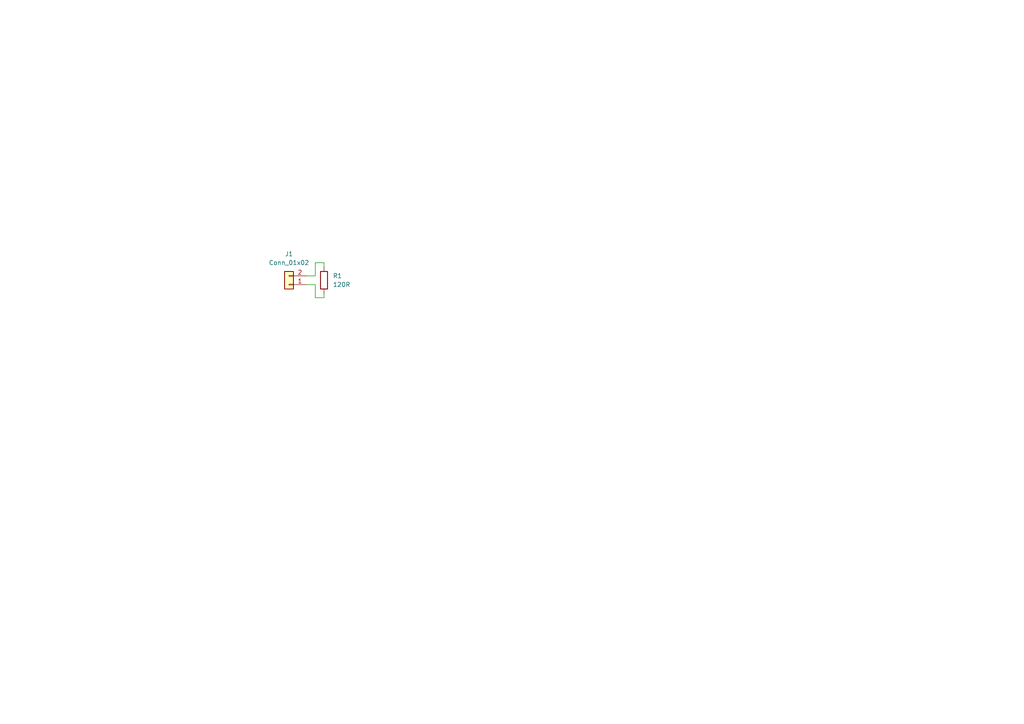
<source format=kicad_sch>
(kicad_sch (version 20231120) (generator "eeschema") (generator_version "8.0")
  (paper "A4")
  (lib_symbols
    (symbol "Connector_Generic:Conn_01x02" (pin_names (offset 1.016) hide)
      (property "Reference" "J" (at 0 2.54 0))
      (property "Value" "Conn_01x02" (at 0 -5.08 0))
      (symbol "Conn_01x02_1_1"
        (rectangle (start -1.27 -2.413) (end 0 -2.667) (stroke (width 0.1524)))
        (rectangle (start -1.27 0.127) (end 0 -0.127) (stroke (width 0.1524)))
        (rectangle (start -1.27 1.27) (end 1.27 -3.81) (stroke (width 0.254)) (fill (type background)))
        (pin passive line (at -5.08 0 0) (length 3.81) (name "Pin_1") (number "1"))
        (pin passive line (at -5.08 -2.54 0) (length 3.81) (name "Pin_2") (number "2"))
      )
    )
    (symbol "Device:R" (pin_numbers hide) (pin_names (offset 0))
      (property "Reference" "R" (at 2.032 0 90))
      (property "Value" "R" (at 0 0 90))
      (symbol "R_0_1"
        (rectangle (start -1.016 -2.54) (end 1.016 2.54) (stroke (width 0.254)))
      )
      (symbol "R_1_1"
        (pin passive line (at 0 3.81 270) (length 1.27) (name "~") (number "1"))
        (pin passive line (at 0 -3.81 90) (length 1.27) (name "~") (number "2"))
      )
    )
  )
  (wire (pts (xy 88.9 82.55) (xy 91.44 82.55)))
  (wire (pts (xy 91.44 82.55) (xy 91.44 86.36)))
  (wire (pts (xy 91.44 86.36) (xy 93.98 86.36)))
  (wire (pts (xy 93.98 85.09) (xy 93.98 86.36)))
  (wire (pts (xy 91.44 80.01) (xy 91.44 76.2)))
  (wire (pts (xy 91.44 76.2) (xy 93.98 76.2)))
  (wire (pts (xy 93.98 76.2) (xy 93.98 77.47)))
  (wire (pts (xy 88.9 80.01) (xy 91.44 80.01)))
  (symbol (lib_id "Connector_Generic:Conn_01x02") (at 83.82 82.55 180) (unit 1)
    (property "Reference" "J1" (at 83.82 73.66 0))
    (property "Value" "Conn_01x02" (at 83.82 76.2 0))
    (property "Footprint" "Connector_PinHeader_2.54mm:PinHeader_1x02_P2.54mm_Horizontal" (effects (hide yes)))
    (property "Description" "Generic connector, single row, 01x02, script generated (kicad-library-utils/schlib/autogen/connector/)" (effects (hide yes)))
  )
  (symbol (lib_id "Device:R") (at 93.98 81.28 0) (unit 1)
    (property "Reference" "R1" (at 96.52 80.0099 0) (effects (justify left)))
    (property "Value" "120R" (at 96.52 82.5499 0) (effects (justify left)))
    (property "Footprint" "Resistor_SMD:R_1206_3216Metric_Pad1.30x1.75mm_HandSolder" (effects (hide yes)))
    (property "Description" "Resistor" (effects (hide yes)))
  )
)
</source>
